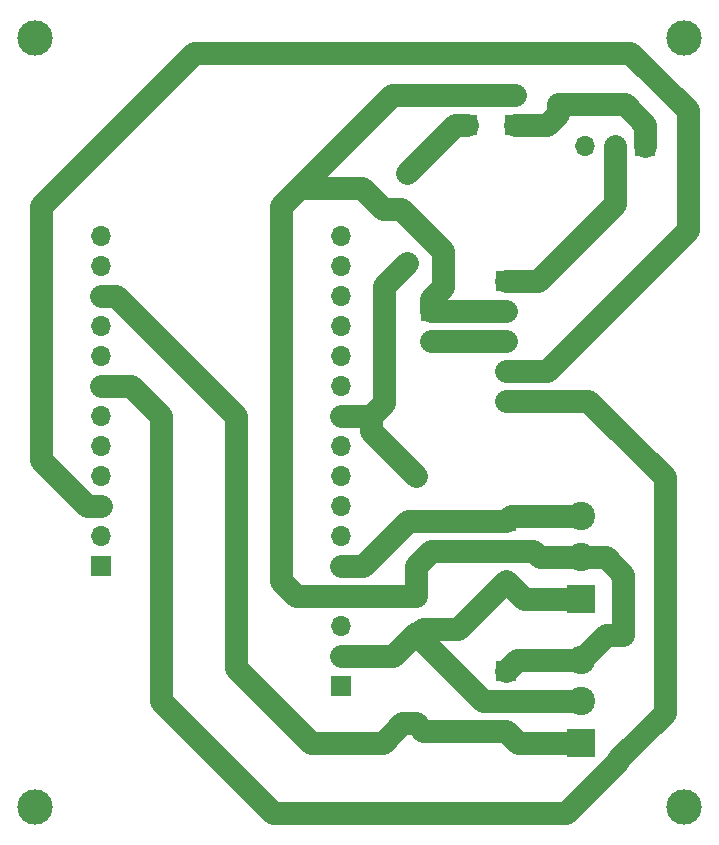
<source format=gbr>
G04 #@! TF.GenerationSoftware,KiCad,Pcbnew,5.0.2-bee76a0~70~ubuntu18.04.1*
G04 #@! TF.CreationDate,2019-07-28T20:07:08-04:00*
G04 #@! TF.ProjectId,knuth-gateway,6b6e7574-682d-4676-9174-657761792e6b,rev?*
G04 #@! TF.SameCoordinates,Original*
G04 #@! TF.FileFunction,Copper,L2,Bot*
G04 #@! TF.FilePolarity,Positive*
%FSLAX46Y46*%
G04 Gerber Fmt 4.6, Leading zero omitted, Abs format (unit mm)*
G04 Created by KiCad (PCBNEW 5.0.2-bee76a0~70~ubuntu18.04.1) date Sun 28 Jul 2019 08:07:08 PM EDT*
%MOMM*%
%LPD*%
G01*
G04 APERTURE LIST*
G04 #@! TA.AperFunction,ComponentPad*
%ADD10R,1.700000X1.700000*%
G04 #@! TD*
G04 #@! TA.AperFunction,ComponentPad*
%ADD11O,1.700000X1.700000*%
G04 #@! TD*
G04 #@! TA.AperFunction,ComponentPad*
%ADD12O,1.600000X1.600000*%
G04 #@! TD*
G04 #@! TA.AperFunction,ComponentPad*
%ADD13C,1.600000*%
G04 #@! TD*
G04 #@! TA.AperFunction,ComponentPad*
%ADD14C,2.400000*%
G04 #@! TD*
G04 #@! TA.AperFunction,ComponentPad*
%ADD15R,2.400000X2.400000*%
G04 #@! TD*
G04 #@! TA.AperFunction,ViaPad*
%ADD16C,3.000000*%
G04 #@! TD*
G04 #@! TA.AperFunction,Conductor*
%ADD17C,1.905000*%
G04 #@! TD*
G04 APERTURE END LIST*
D10*
G04 #@! TO.P,R_Delay1,1*
G04 #@! TO.N,GND*
X246380000Y-81280000D03*
D11*
G04 #@! TO.P,R_Delay1,2*
G04 #@! TO.N,Net-(R_Delay1-Pad2)*
X246380000Y-83820000D03*
G04 #@! TD*
D10*
G04 #@! TO.P,U4,1*
G04 #@! TO.N,SWITCHED_LOAD*
X252730000Y-78740000D03*
D11*
G04 #@! TO.P,U4,2*
G04 #@! TO.N,GND*
X252730000Y-81280000D03*
G04 #@! TO.P,U4,3*
G04 #@! TO.N,Net-(R_Delay1-Pad2)*
X252730000Y-83820000D03*
G04 #@! TO.P,U4,4*
G04 #@! TO.N,VBUS*
X252730000Y-86360000D03*
G04 #@! TO.P,U4,5*
G04 #@! TO.N,D10*
X252730000Y-88900000D03*
G04 #@! TD*
G04 #@! TO.P,1-Wire1,3*
G04 #@! TO.N,D5*
X252730000Y-116840000D03*
G04 #@! TO.P,1-Wire1,2*
G04 #@! TO.N,+3V3*
X252730000Y-114300000D03*
D10*
G04 #@! TO.P,1-Wire1,1*
G04 #@! TO.N,GND*
X252730000Y-111760000D03*
G04 #@! TD*
G04 #@! TO.P,EC-5,1*
G04 #@! TO.N,A0*
X252730000Y-99060000D03*
D11*
G04 #@! TO.P,EC-5,2*
G04 #@! TO.N,GND*
X252730000Y-101600000D03*
G04 #@! TO.P,EC-5,3*
G04 #@! TO.N,+3V3*
X252730000Y-104140000D03*
G04 #@! TD*
D10*
G04 #@! TO.P,J1,1*
G04 #@! TO.N,N/C*
X218440000Y-102870000D03*
D11*
G04 #@! TO.P,J1,2*
X218440000Y-100330000D03*
G04 #@! TO.P,J1,3*
G04 #@! TO.N,VBUS*
X218440000Y-97790000D03*
G04 #@! TO.P,J1,4*
G04 #@! TO.N,N/C*
X218440000Y-95250000D03*
G04 #@! TO.P,J1,5*
X218440000Y-92710000D03*
G04 #@! TO.P,J1,6*
X218440000Y-90170000D03*
G04 #@! TO.P,J1,7*
G04 #@! TO.N,D10*
X218440000Y-87630000D03*
G04 #@! TO.P,J1,8*
G04 #@! TO.N,N/C*
X218440000Y-85090000D03*
G04 #@! TO.P,J1,9*
X218440000Y-82550000D03*
G04 #@! TO.P,J1,10*
G04 #@! TO.N,D5*
X218440000Y-80010000D03*
G04 #@! TO.P,J1,11*
G04 #@! TO.N,N/C*
X218440000Y-77470000D03*
G04 #@! TO.P,J1,12*
X218440000Y-74930000D03*
G04 #@! TD*
D10*
G04 #@! TO.P,J2,1*
G04 #@! TO.N,N/C*
X238760000Y-113030000D03*
D11*
G04 #@! TO.P,J2,2*
G04 #@! TO.N,+3V3*
X238760000Y-110490000D03*
G04 #@! TO.P,J2,3*
G04 #@! TO.N,N/C*
X238760000Y-107950000D03*
G04 #@! TO.P,J2,4*
G04 #@! TO.N,GND*
X238760000Y-105410000D03*
G04 #@! TO.P,J2,5*
G04 #@! TO.N,A0*
X238760000Y-102870000D03*
G04 #@! TO.P,J2,6*
G04 #@! TO.N,N/C*
X238760000Y-100330000D03*
G04 #@! TO.P,J2,7*
X238760000Y-97790000D03*
G04 #@! TO.P,J2,8*
X238760000Y-95250000D03*
G04 #@! TO.P,J2,9*
X238760000Y-92710000D03*
G04 #@! TO.P,J2,10*
G04 #@! TO.N,A5*
X238760000Y-90170000D03*
G04 #@! TO.P,J2,11*
G04 #@! TO.N,N/C*
X238760000Y-87630000D03*
G04 #@! TO.P,J2,12*
X238760000Y-85090000D03*
G04 #@! TO.P,J2,13*
X238760000Y-82550000D03*
G04 #@! TO.P,J2,14*
X238760000Y-80010000D03*
G04 #@! TO.P,J2,15*
X238760000Y-77470000D03*
G04 #@! TO.P,J2,16*
X238760000Y-74930000D03*
G04 #@! TD*
D10*
G04 #@! TO.P,switch1,1*
G04 #@! TO.N,LOAD*
X264541000Y-67310000D03*
D11*
G04 #@! TO.P,switch1,2*
G04 #@! TO.N,SWITCHED_LOAD*
X262001000Y-67310000D03*
G04 #@! TO.P,switch1,3*
G04 #@! TO.N,N/C*
X259461000Y-67310000D03*
G04 #@! TD*
D12*
G04 #@! TO.P,RD1,2*
G04 #@! TO.N,A5*
X244348000Y-77216000D03*
D13*
G04 #@! TO.P,RD1,1*
G04 #@! TO.N,BATT*
X244348000Y-69596000D03*
G04 #@! TD*
G04 #@! TO.P,RD2,1*
G04 #@! TO.N,A5*
X245110000Y-95250000D03*
D12*
G04 #@! TO.P,RD2,2*
G04 #@! TO.N,GND*
X245110000Y-102870000D03*
G04 #@! TD*
D13*
G04 #@! TO.P,RP1,1*
G04 #@! TO.N,D5*
X245110000Y-116205000D03*
D12*
G04 #@! TO.P,RP1,2*
G04 #@! TO.N,+3V3*
X245110000Y-108585000D03*
G04 #@! TD*
D10*
G04 #@! TO.P,J3,1*
G04 #@! TO.N,BATT*
X249428000Y-65532000D03*
D11*
G04 #@! TO.P,J3,2*
G04 #@! TO.N,GND*
X249428000Y-62992000D03*
G04 #@! TD*
G04 #@! TO.P,J4,2*
G04 #@! TO.N,GND*
X253492000Y-62992000D03*
D10*
G04 #@! TO.P,J4,1*
G04 #@! TO.N,LOAD*
X253492000Y-65532000D03*
G04 #@! TD*
D14*
G04 #@! TO.P,J5,3*
G04 #@! TO.N,GND*
X259080000Y-110856000D03*
G04 #@! TO.P,J5,2*
G04 #@! TO.N,+3V3*
X259080000Y-114356000D03*
D15*
G04 #@! TO.P,J5,1*
G04 #@! TO.N,D5*
X259080000Y-117856000D03*
G04 #@! TD*
D14*
G04 #@! TO.P,J6,3*
G04 #@! TO.N,A0*
X259080000Y-98664000D03*
G04 #@! TO.P,J6,2*
G04 #@! TO.N,GND*
X259080000Y-102164000D03*
D15*
G04 #@! TO.P,J6,1*
G04 #@! TO.N,+3V3*
X259080000Y-105664000D03*
G04 #@! TD*
D16*
G04 #@! TO.N,*
X267843000Y-58166000D03*
X212852000Y-58166000D03*
X267843000Y-123317000D03*
X212852000Y-123317000D03*
G04 #@! TD*
D17*
G04 #@! TO.N,GND*
X252730000Y-81280000D02*
X246380000Y-81280000D01*
X245110000Y-105410000D02*
X245110000Y-102870000D01*
X245110000Y-105410000D02*
X238760000Y-105410000D01*
X246380000Y-101600000D02*
X245110000Y-102870000D01*
X252730000Y-101600000D02*
X246380000Y-101600000D01*
X253634000Y-110856000D02*
X252730000Y-111760000D01*
X259080000Y-110856000D02*
X253634000Y-110856000D01*
X259080000Y-102164000D02*
X261168000Y-102164000D01*
X261168000Y-102164000D02*
X262636000Y-103632000D01*
X262636000Y-103632000D02*
X262636000Y-108712000D01*
X261224000Y-108712000D02*
X259080000Y-110856000D01*
X262636000Y-108712000D02*
X261224000Y-108712000D01*
X259080000Y-102164000D02*
X255580000Y-102164000D01*
X255016000Y-101600000D02*
X252730000Y-101600000D01*
X255580000Y-102164000D02*
X255016000Y-101600000D01*
X234950000Y-105410000D02*
X238760000Y-105410000D01*
X233680000Y-72390000D02*
X233680000Y-104140000D01*
X235204000Y-70866000D02*
X233680000Y-72390000D01*
X240538000Y-70866000D02*
X235204000Y-70866000D01*
X246380000Y-80264000D02*
X247396000Y-79248000D01*
X246380000Y-81280000D02*
X246380000Y-80264000D01*
X247396000Y-76200000D02*
X243840000Y-72644000D01*
X247396000Y-79248000D02*
X247396000Y-76200000D01*
X243840000Y-72644000D02*
X242316000Y-72644000D01*
X233680000Y-104140000D02*
X234950000Y-105410000D01*
X242316000Y-72644000D02*
X240538000Y-70866000D01*
X253492000Y-62992000D02*
X249428000Y-62992000D01*
X243078000Y-62992000D02*
X235204000Y-70866000D01*
X249428000Y-62992000D02*
X243078000Y-62992000D01*
G04 #@! TO.N,Net-(R_Delay1-Pad2)*
X252730000Y-83820000D02*
X246380000Y-83820000D01*
G04 #@! TO.N,+3V3*
X243205000Y-110490000D02*
X245110000Y-108585000D01*
X238760000Y-110490000D02*
X243205000Y-110490000D01*
X252730000Y-114300000D02*
X250825000Y-114300000D01*
X252730000Y-104140000D02*
X248666000Y-108204000D01*
X245745000Y-108204000D02*
X245237000Y-108712000D01*
X248666000Y-108204000D02*
X245745000Y-108204000D01*
X250825000Y-114300000D02*
X245237000Y-108712000D01*
X245237000Y-108712000D02*
X245110000Y-108585000D01*
X259024000Y-114300000D02*
X259080000Y-114356000D01*
X252730000Y-114300000D02*
X259024000Y-114300000D01*
X254254000Y-105664000D02*
X252730000Y-104140000D01*
X259080000Y-105664000D02*
X254254000Y-105664000D01*
G04 #@! TO.N,D5*
X219710000Y-80010000D02*
X218440000Y-80010000D01*
X229870000Y-90170000D02*
X219710000Y-80010000D01*
X253746000Y-117856000D02*
X252730000Y-116840000D01*
X259080000Y-117856000D02*
X253746000Y-117856000D01*
X245745000Y-116840000D02*
X245110000Y-116205000D01*
X252730000Y-116840000D02*
X245745000Y-116840000D01*
X245110000Y-116205000D02*
X243967000Y-116205000D01*
X243967000Y-116205000D02*
X242316000Y-117856000D01*
X242316000Y-117856000D02*
X236220000Y-117856000D01*
X229870000Y-111506000D02*
X229870000Y-90170000D01*
X236220000Y-117856000D02*
X229870000Y-111506000D01*
G04 #@! TO.N,A0*
X240665000Y-102870000D02*
X238760000Y-102870000D01*
X252730000Y-99060000D02*
X244475000Y-99060000D01*
X244475000Y-99060000D02*
X240665000Y-102870000D01*
X253126000Y-98664000D02*
X252730000Y-99060000D01*
X259080000Y-98664000D02*
X253126000Y-98664000D01*
G04 #@! TO.N,D10*
X259715000Y-88900000D02*
X252730000Y-88900000D01*
X257810000Y-123825000D02*
X262255000Y-119380000D01*
X266192000Y-115316000D02*
X266192000Y-95377000D01*
X262255000Y-119253000D02*
X266192000Y-115316000D01*
X233045000Y-123825000D02*
X257810000Y-123825000D01*
X262255000Y-119380000D02*
X262255000Y-119253000D01*
X262255000Y-91440000D02*
X260731000Y-89916000D01*
X223520000Y-90170000D02*
X223520000Y-114300000D01*
X218440000Y-87630000D02*
X220980000Y-87630000D01*
X266192000Y-95377000D02*
X260731000Y-89916000D01*
X260731000Y-89916000D02*
X259715000Y-88900000D01*
X220980000Y-87630000D02*
X223520000Y-90170000D01*
X223520000Y-114300000D02*
X233045000Y-123825000D01*
G04 #@! TO.N,A5*
X241300000Y-90170000D02*
X238760000Y-90170000D01*
X242405001Y-89064999D02*
X241300000Y-90170000D01*
X241300000Y-91440000D02*
X245110000Y-95250000D01*
X241300000Y-90170000D02*
X241300000Y-91440000D01*
X242405001Y-79158999D02*
X244348000Y-77216000D01*
X242405001Y-89064999D02*
X242405001Y-79158999D01*
G04 #@! TO.N,VBUS*
X254000000Y-86360000D02*
X252730000Y-86360000D01*
X268160500Y-74422000D02*
X256222500Y-86360000D01*
X268160500Y-64325500D02*
X268160500Y-74422000D01*
X213360000Y-93912081D02*
X213360000Y-72390000D01*
X256222500Y-86360000D02*
X254000000Y-86360000D01*
X218440000Y-97790000D02*
X217237919Y-97790000D01*
X213360000Y-72390000D02*
X226314000Y-59436000D01*
X217237919Y-97790000D02*
X213360000Y-93912081D01*
X226314000Y-59436000D02*
X263271000Y-59436000D01*
X263271000Y-59436000D02*
X268160500Y-64325500D01*
G04 #@! TO.N,BATT*
X248412000Y-65532000D02*
X244348000Y-69596000D01*
X249428000Y-65532000D02*
X248412000Y-65532000D01*
G04 #@! TO.N,LOAD*
X264541000Y-67310000D02*
X264541000Y-65532000D01*
X264541000Y-65532000D02*
X262826500Y-63817500D01*
X262826500Y-63817500D02*
X257111500Y-63817500D01*
X257111500Y-64667500D02*
X256247000Y-65532000D01*
X256247000Y-65532000D02*
X253492000Y-65532000D01*
X257111500Y-63817500D02*
X257111500Y-64667500D01*
G04 #@! TO.N,SWITCHED_LOAD*
X255485000Y-78740000D02*
X252730000Y-78740000D01*
X262001000Y-67310000D02*
X262001000Y-72224000D01*
X262001000Y-72224000D02*
X255485000Y-78740000D01*
G04 #@! TD*
M02*

</source>
